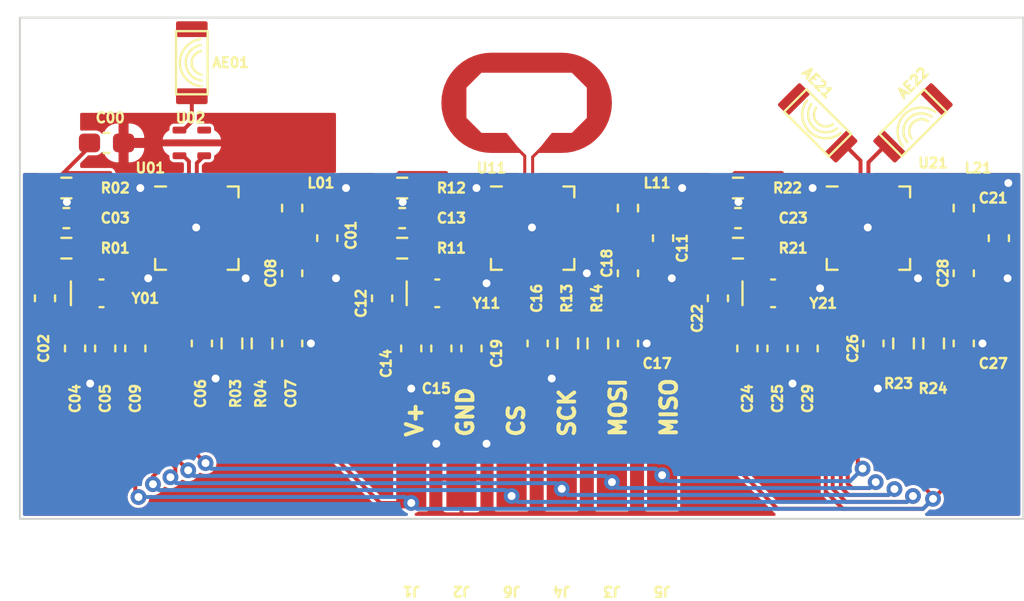
<source format=kicad_pcb>
(kicad_pcb (version 20211014) (generator pcbnew)
  (layers (0 "F.Cu" signal) (31 "B.Cu" signal) (34 "B.Paste" user) (35 "F.Paste" user) (36 "B.SilkS" user "B.Silkscreen") (37 "F.SilkS" user "F.Silkscreen") (38 "B.Mask" user) (39 "F.Mask" user) (44 "Edge.Cuts" user))
  (net 0 "")
  (net 1 "GND")
  (net 2 "/UWB radio cap coupled1/1v8")
  (net 3 "/UWB radio cap coupled1/MOSI")
  (net 4 "/UWB radio cap coupled1/SCK")
  (net 5 "/UWB radio cap coupled1/MISO")
  (net 6 "/UWB radio cap coupled1/CS")
  (net 7 "/UWB radio cap coupled1/RFN")
  (net 8 "/UWB radio cap coupled1/RFP")
  (net 9 "Net-(C12-Pad1)")
  (net 10 "Net-(C22-Pad1)")
  (net 14 "/UWB radio cap coupled2/RFN")
  (net 18 "/UWB radio cap coupled3/RFN")
  (net 19 "/UWB radio cap coupled3/RFP")
  (net 20 "Net-(C11-Pad1)")
  (net 21 "Net-(C13-Pad1)")
  (net 22 "Net-(C14-Pad1)")
  (net 23 "Net-(C15-Pad1)")
  (net 24 "Net-(C16-Pad1)")
  (net 25 "Net-(C17-Pad1)")
  (net 26 "Net-(C21-Pad1)")
  (net 27 "Net-(C23-Pad1)")
  (net 28 "Net-(C24-Pad1)")
  (net 29 "Net-(C25-Pad1)")
  (net 30 "Net-(C26-Pad1)")
  (net 31 "Net-(C27-Pad1)")
  (net 32 "Net-(L11-Pad2)")
  (net 33 "Net-(L21-Pad2)")
  (net 34 "Net-(R12-Pad2)")
  (net 35 "Net-(R22-Pad2)")
  (net 36 "Net-(C00-Pad1)")
  (net 41 "Net-(R02-Pad2)")
  (net 42 "Net-(L01-Pad2)")
  (net 43 "Net-(C07-Pad1)")
  (net 44 "Net-(C06-Pad1)")
  (net 45 "Net-(C05-Pad1)")
  (net 46 "Net-(C04-Pad1)")
  (net 47 "Net-(C03-Pad1)")
  (net 48 "Net-(C02-Pad1)")
  (net 49 "Net-(C01-Pad1)")
  (net 50 "Net-(AE01-Pad1)")
  (footprint "Resistor_SMD:R_0603_1608Metric_Pad0.98x0.95mm_HandSolder" (layer "F.Cu") (at 2.353 -16.764)
    (fp_text reference "R02")
    (fp_text value "2.2M")
  )
  (footprint "Capacitor_SMD:C_0603_1608Metric_Pad1.08x0.95mm_HandSolder" (layer "F.Cu") (at 19.353 -15.24 180)
    (fp_text reference "C13")
    (fp_text value "68p")
  )
  (footprint "Resistor_SMD:R_0603_1608Metric_Pad0.98x0.95mm_HandSolder" (layer "F.Cu") (at 44.735 -8.89 -90)
    (fp_text reference "R23")
    (fp_text value "380k")
  )
  (footprint "Crystal:Crystal_SMD_MicroCrystal_CM9V-T1A-2Pin_1.6x1.0mm_HandSoldering" (layer "F.Cu") (at 4.131 -11.43)
    (fp_text reference "Y01")
    (fp_text value "32.768kHz")
  )
  (footprint "Resistor_SMD:R_0603_1608Metric_Pad0.98x0.95mm_HandSolder" (layer "F.Cu") (at 19.353 -13.716)
    (fp_text reference "R11")
    (fp_text value "390k")
  )
  (footprint "Capacitor_SMD:C_0603_1608Metric_Pad1.08x0.95mm_HandSolder" (layer "F.Cu") (at 5.842 -8.636 -90)
    (fp_text reference "C09")
    (fp_text value "100n")
  )
  (footprint "Capacitor_SMD:C_0603_1608Metric_Pad1.08x0.95mm_HandSolder" (layer "F.Cu") (at 18.337 -11.176 -90)
    (fp_text reference "C12")
    (fp_text value "680p")
  )
  (footprint "0_kicad_custom_footprints:modular_pinhead_SMD" (layer "F.Cu") (at 27.432 -2.032 180)
    (fp_text reference "J4")
    (fp_text value "Conn_01x01" hide)
  )
  (footprint "Capacitor_SMD:C_0603_1608Metric_Pad1.08x0.95mm_HandSolder" (layer "F.Cu") (at 9.211 -8.89 -90)
    (fp_text reference "C06")
    (fp_text value "100n")
  )
  (footprint "Capacitor_SMD:C_0603_1608Metric_Pad1.08x0.95mm_HandSolder" (layer "F.Cu") (at 2.794 -8.636 -90)
    (fp_text reference "C04")
    (fp_text value "3.9p")
  )
  (footprint "Capacitor_SMD:C_0603_1608Metric_Pad1.08x0.95mm_HandSolder" (layer "F.Cu") (at 19.812 -8.636 -90)
    (fp_text reference "C14")
    (fp_text value "3.9p")
  )
  (footprint "Package_DFN_QFN:QFN-28-1EP_4x4mm_P0.4mm_EP2.3x2.3mm" (layer "F.Cu") (at 8.957 -14.732)
    (fp_text reference "U01")
    (fp_text value "SR10x0")
  )
  (footprint "Resistor_SMD:R_0603_1608Metric_Pad0.98x0.95mm_HandSolder" (layer "F.Cu") (at 2.353 -13.716)
    (fp_text reference "R01")
    (fp_text value "390k")
  )
  (footprint "Resistor_SMD:R_0603_1608Metric_Pad0.98x0.95mm_HandSolder" (layer "F.Cu") (at 10.735 -8.89 -90)
    (fp_text reference "R03")
    (fp_text value "380k")
  )
  (footprint "0_kicad_custom_footprints:modular_pinhead_SMD" (layer "F.Cu") (at 22.352 -2.032 180)
    (fp_text reference "J2")
    (fp_text value "Conn_01x01" hide)
  )
  (footprint "Resistor_SMD:R_0603_1608Metric_Pad0.98x0.95mm_HandSolder" (layer "F.Cu") (at 19.353 -16.764)
    (fp_text reference "R12")
    (fp_text value "2.2M")
  )
  (footprint "Capacitor_SMD:C_0603_1608Metric_Pad1.08x0.95mm_HandSolder" (layer "F.Cu") (at 36.83 -8.636 -90)
    (fp_text reference "C24")
    (fp_text value "3.9p")
  )
  (footprint "Capacitor_SMD:C_0603_1608Metric_Pad1.08x0.95mm_HandSolder" (layer "F.Cu") (at 30.783 -8.89 -90)
    (fp_text reference "C17")
    (fp_text value "100n")
  )
  (footprint "Resistor_SMD:R_0603_1608Metric_Pad0.98x0.95mm_HandSolder" (layer "F.Cu") (at 29.259 -8.89 90)
    (fp_text reference "R14")
    (fp_text value "0")
  )
  (footprint "Capacitor_SMD:C_0603_1608Metric_Pad1.08x0.95mm_HandSolder" (layer "F.Cu") (at 2.353 -15.24 180)
    (fp_text reference "C03")
    (fp_text value "68p")
  )
  (footprint "Capacitor_SMD:C_0603_1608Metric_Pad1.08x0.95mm_HandSolder" (layer "F.Cu") (at 47.783 -12.446 -90)
    (fp_text reference "C28")
    (fp_text value "100n")
  )
  (footprint "Capacitor_SMD:C_0603_1608Metric_Pad1.08x0.95mm_HandSolder" (layer "F.Cu") (at 36.353 -15.24 180)
    (fp_text reference "C23")
    (fp_text value "68p")
  )
  (footprint "Capacitor_SMD:C_0603_1608Metric_Pad1.08x0.95mm_HandSolder" (layer "F.Cu") (at 47.783 -8.89 -90)
    (fp_text reference "C27")
    (fp_text value "100n")
  )
  (footprint "Capacitor_SMD:C_0603_1608Metric_Pad1.08x0.95mm_HandSolder" (layer "F.Cu") (at 43.211 -8.89 -90)
    (fp_text reference "C26")
    (fp_text value "100n")
  )
  (footprint "0_kicad_custom_footprints:modular_pinhead_SMD" (layer "F.Cu") (at 29.972 -2.032 180)
    (fp_text reference "J3")
    (fp_text value "Conn_01x01" hide)
  )
  (footprint "0_kicad_custom_footprints:modular_pinhead_SMD" (layer "F.Cu") (at 19.812 -2.032 180)
    (fp_text reference "J1")
    (fp_text value "Conn_01x01" hide)
  )
  (footprint "Capacitor_SMD:C_0603_1608Metric_Pad1.08x0.95mm_HandSolder" (layer "F.Cu") (at 26.211 -8.89 -90)
    (fp_text reference "C16")
    (fp_text value "100n")
  )
  (footprint "Crystal:Crystal_SMD_MicroCrystal_CM9V-T1A-2Pin_1.6x1.0mm_HandSoldering" (layer "F.Cu") (at 21.131 -11.43)
    (fp_text reference "Y11")
    (fp_text value "32.768kHz")
  )
  (footprint "Inductor_SMD:L_0603_1608Metric_Pad1.05x0.95mm_HandSolder" (layer "F.Cu") (at 47.783 -15.748 -90)
    (fp_text reference "L21")
    (fp_text value "180n")
  )
  (footprint "Inductor_SMD:L_0603_1608Metric_Pad1.05x0.95mm_HandSolder" (layer "F.Cu") (at 13.783 -15.748 -90)
    (fp_text reference "L01")
    (fp_text value "180n")
  )
  (footprint "Capacitor_SMD:C_0603_1608Metric_Pad1.08x0.95mm_HandSolder" (layer "F.Cu") (at 39.878 -8.636 -90)
    (fp_text reference "C29")
    (fp_text value "100n")
  )
  (footprint "Package_DFN_QFN:QFN-28-1EP_4x4mm_P0.4mm_EP2.3x2.3mm" (layer "F.Cu") (at 25.957 -14.732)
    (fp_text reference "U11")
    (fp_text value "SR10x0")
  )
  (footprint "Capacitor_SMD:C_0603_1608Metric_Pad1.08x0.95mm_HandSolder" (layer "F.Cu") (at 4.385 -19.05 180)
    (fp_text reference "C00")
    (fp_text value "100n")
  )
  (footprint "0_kicad_custom_footprints:modular_pinhead_SMD" (layer "F.Cu") (at 24.892 -2.032 180)
    (fp_text reference "J6")
    (fp_text value "Conn_01x01" hide)
  )
  (footprint "Capacitor_SMD:C_0603_1608Metric_Pad1.08x0.95mm_HandSolder" (layer "F.Cu") (at 21.336 -8.636 -90)
    (fp_text reference "C15")
    (fp_text value "3.9p")
  )
  (footprint "Capacitor_SMD:C_0603_1608Metric_Pad1.08x0.95mm_HandSolder" (layer "F.Cu") (at 4.318 -8.636 -90)
    (fp_text reference "C05")
    (fp_text value "3.9p")
  )
  (footprint "Capacitor_SMD:C_0603_1608Metric_Pad1.08x0.95mm_HandSolder" (layer "F.Cu") (at 15.561 -14.224 -90)
    (fp_text reference "C01")
    (fp_text value "1u")
  )
  (footprint "Resistor_SMD:R_0603_1608Metric_Pad0.98x0.95mm_HandSolder" (layer "F.Cu") (at 27.735 -8.89 -90)
    (fp_text reference "R13")
    (fp_text value "380k")
  )
  (footprint "Resistor_SMD:R_0603_1608Metric_Pad0.98x0.95mm_HandSolder" (layer "F.Cu") (at 46.259 -8.89 90)
    (fp_text reference "R24")
    (fp_text value "0")
  )
  (footprint "Capacitor_SMD:C_0603_1608Metric_Pad1.08x0.95mm_HandSolder" (layer "F.Cu") (at 30.783 -12.446 -90)
    (fp_text reference "C18")
    (fp_text value "100n")
  )
  (footprint "Capacitor_SMD:C_0603_1608Metric_Pad1.08x0.95mm_HandSolder" (layer "F.Cu") (at 49.561 -14.224 -90)
    (fp_text reference "C21")
    (fp_text value "1u")
  )
  (footprint "Resistor_SMD:R_0603_1608Metric_Pad0.98x0.95mm_HandSolder" (layer "F.Cu") (at 36.353 -13.716)
    (fp_text reference "R21")
    (fp_text value "390k")
  )
  (footprint "Capacitor_SMD:C_0603_1608Metric_Pad1.08x0.95mm_HandSolder" (layer "F.Cu") (at 13.783 -12.446 -90)
    (fp_text reference "C08")
    (fp_text value "100n")
  )
  (footprint "Capacitor_SMD:C_0603_1608Metric_Pad1.08x0.95mm_HandSolder" (layer "F.Cu") (at 38.354 -8.636 -90)
    (fp_text reference "C25")
    (fp_text value "3.9p")
  )
  (footprint "Capacitor_SMD:C_0603_1608Metric_Pad1.08x0.95mm_HandSolder" (layer "F.Cu") (at 13.783 -8.89 -90)
    (fp_text reference "C07")
    (fp_text value "100n")
  )
  (footprint "Crystal:Crystal_SMD_MicroCrystal_CM9V-T1A-2Pin_1.6x1.0mm_HandSoldering" (layer "F.Cu") (at 38.131 -11.43)
    (fp_text reference "Y21")
    (fp_text value "32.768kHz")
  )
  (footprint "0_kicad_custom_footprints:modular_pinhead_SMD" (layer "F.Cu") (at 32.512 -2.032 180)
    (fp_text reference "J5")
    (fp_text value "Conn_01x01" hide)
  )
  (footprint "Package_DFN_QFN:QFN-28-1EP_4x4mm_P0.4mm_EP2.3x2.3mm" (layer "F.Cu") (at 42.957 -14.732)
    (fp_text reference "U21")
    (fp_text value "SR10x0")
  )
  (footprint "Resistor_SMD:R_0603_1608Metric_Pad0.98x0.95mm_HandSolder" (layer "F.Cu") (at 36.353 -16.764)
    (fp_text reference "R22")
    (fp_text value "2.2M")
  )
  (footprint "Capacitor_SMD:C_0603_1608Metric_Pad1.08x0.95mm_HandSolder" (layer "F.Cu") (at 32.561 -14.224 -90)
    (fp_text reference "C11")
    (fp_text value "1u")
  )
  (footprint "0_kicad_custom_footprints:antenna_footprint" (layer "F.Cu") (at 40.386 -20.066 135)
    (fp_text reference "AE21")
    (fp_text value "Antenna")
  )
  (footprint "0_kicad_custom_footprints:antenna_footprint" (layer "F.Cu") (at 8.703 -23.114 90)
    (fp_text reference "AE01")
    (fp_text value "Antenna")
  )
  (footprint "Inductor_SMD:L_0603_1608Metric_Pad1.05x0.95mm_HandSolder" (layer "F.Cu") (at 30.783 -15.748 -90)
    (fp_text reference "L11")
    (fp_text value "180n")
  )
  (footprint "Capacitor_SMD:C_0603_1608Metric_Pad1.08x0.95mm_HandSolder" (layer "F.Cu") (at 22.86 -8.636 -90)
    (fp_text reference "C19")
    (fp_text value "100n")
  )
  (footprint "Resistor_SMD:R_0603_1608Metric_Pad0.98x0.95mm_HandSolder" (layer "F.Cu") (at 12.259 -8.89 90)
    (fp_text reference "R04")
    (fp_text value "0")
  )
  (footprint "Capacitor_SMD:C_0603_1608Metric_Pad1.08x0.95mm_HandSolder" (layer "F.Cu") (at 35.337 -11.176 -90)
    (fp_text reference "C22")
    (fp_text value "680p")
  )
  (footprint "0_kicad_custom_footprints:CSP_BALUN" (layer "F.Cu") (at 8.703 -19.05)
    (fp_text reference "U02")
    (fp_text value "CSP_BALUN")
  )
  (footprint "0_kicad_custom_footprints:antenna_footprint" (layer "F.Cu") (at 45.212 -20.066 45)
    (fp_text reference "AE22")
    (fp_text value "Antenna")
  )
  (footprint "Capacitor_SMD:C_0603_1608Metric_Pad1.08x0.95mm_HandSolder" (layer "F.Cu") (at 1.27 -11.176 -90)
    (fp_text reference "C02")
    (fp_text value "680p")
  )
  (gr_rect (start 0 0) (end 50.8 -25.4) (layer "Edge.Cuts") (width 0.1) (fill none))
  (gr_text "V+\n\nGND\n\nCS\n\nSCK\n\nMOSI\n\nMISO" (at 26.416 -4.064 90) (layer "F.SilkS") (effects (font (size 0.8 0.8) (thickness 0.2)) (justify left)))
  (segment (start 10.8945 -13.532) (end 10.157 -13.532) (width 0.2) (layer "F.Cu") (net 1))
  (segment (start 38.572 -17.526) (end 36.2025 -17.526) (width 0.2) (layer "F.Cu") (net 1))
  (segment (start 41.0195 -13.932) (end 42.157 -13.932) (width 0.2) (layer "F.Cu") (net 1))
  (segment (start 25.9235 -14.7655) (end 25.957 -14.732) (width 0.2) (layer "F.Cu") (net 1))
  (segment (start 9.357 -16.6695) (end 9.357 -15.132) (width 0.2) (layer "F.Cu") (net 1))
  (segment (start 43.357 -15.132) (end 42.957 -14.732) (width 0.2) (layer "F.Cu") (net 1))
  (segment (start 41.757 -16.6695) (end 41.757 -15.932) (width 0.2) (layer "F.Cu") (net 1))
  (segment (start 8.157 -13.932) (end 8.957 -14.732) (width 0.2) (layer "F.Cu") (net 1))
  (segment (start 44.157 -13.532) (end 42.957 -14.732) (width 0.2) (layer "F.Cu") (net 1))
  (segment (start 24.757 -15.932) (end 25.9235 -14.7655) (width 0.2) (layer "F.Cu") (net 1))
  (segment (start 3.5225 -19.05) (end 3.5225 -18.846) (width 0.2) (layer "F.Cu") (net 1))
  (segment (start 21.572 -17.526) (end 19.2025 -17.526) (width 0.2) (layer "F.Cu") (net 1))
  (segment (start 4.572 -17.526) (end 2.2025 -17.526) (width 0.2) (layer "F.Cu") (net 1))
  (segment (start 27.157 -13.532) (end 25.957 -14.732) (width 0.2) (layer "F.Cu") (net 1))
  (segment (start 44.8945 -13.532) (end 44.157 -13.532) (width 0.2) (layer "F.Cu") (net 1))
  (segment (start 26.357 -16.6695) (end 26.357 -15.132) (width 0.2) (layer "F.Cu") (net 1))
  (segment (start 24.757 -16.6695) (end 24.757 -15.932) (width 0.2) (layer "F.Cu") (net 1))
  (segment (start 43.357 -16.6695) (end 43.357 -15.132) (width 0.2) (layer "F.Cu") (net 1))
  (segment (start 41.757 -15.932) (end 42.9235 -14.7655) (width 0.2) (layer "F.Cu") (net 1))
  (segment (start 10.157 -13.532) (end 8.957 -14.732) (width 0.2) (layer "F.Cu") (net 1))
  (segment (start 7.757 -16.6695) (end 7.757 -15.932) (width 0.2) (layer "F.Cu") (net 1))
  (segment (start 36.2025 -17.526) (end 35.4405 -16.764) (width 0.2) (layer "F.Cu") (net 1))
  (segment (start 24.0195 -13.932) (end 25.157 -13.932) (width 0.2) (layer "F.Cu") (net 1))
  (segment (start 27.8945 -13.532) (end 27.157 -13.532) (width 0.2) (layer "F.Cu") (net 1))
  (segment (start 3.5225 -18.846) (end 2.2025 -17.526) (width 0.2) (layer "F.Cu") (net 1))
  (segment (start 42.157 -13.932) (end 42.957 -14.732) (width 0.2) (layer "F.Cu") (net 1))
  (segment (start 7.757 -15.932) (end 8.9235 -14.7655) (width 0.2) (layer "F.Cu") (net 1))
  (segment (start 19.2025 -17.526) (end 18.4405 -16.764) (width 0.2) (layer "F.Cu") (net 1))
  (segment (start 8.9235 -14.7655) (end 8.957 -14.732) (width 0.2) (layer "F.Cu") (net 1))
  (segment (start 25.157 -13.932) (end 25.957 -14.732) (width 0.2) (layer "F.Cu") (net 1))
  (segment (start 7.0195 -13.932) (end 8.157 -13.932) (width 0.2) (layer "F.Cu") (net 1))
  (segment (start 9.357 -15.132) (end 8.957 -14.732) (width 0.2) (layer "F.Cu") (net 1))
  (segment (start 42.9235 -14.7655) (end 42.957 -14.732) (width 0.2) (layer "F.Cu") (net 1))
  (segment (start 26.357 -15.132) (end 25.957 -14.732) (width 0.2) (layer "F.Cu") (net 1))
  (segment (start 2.2025 -17.526) (end 1.4405 -16.764) (width 0.2) (layer "F.Cu") (net 1))
  (via (at 11.43 -12.192) (size 0.8) (drill 0.4) (layers "F.Cu" "B.Cu") (net 1))
  (via (at 16.002 -12.192) (size 0.8) (drill 0.4) (layers "F.Cu" "B.Cu") (net 1))
  (via (at 8.9235 -14.7655) (size 0.8) (drill 0.4) (layers "F.Cu" "B.Cu") (net 1))
  (via (at 21.082 -3.81) (size 0.8) (drill 0.4) (layers "F.Cu" "B.Cu") (net 1))
  (via (at 50.002 -12.192) (size 0.8) (drill 0.4) (layers "F.Cu" "B.Cu") (net 1))
  (via (at 9.906 -7.112) (size 0.8) (drill 0.4) (layers "F.Cu" "B.Cu") (net 1))
  (via (at 33.528 -16.764) (size 0.8) (drill 0.4) (layers "F.Cu" "B.Cu") (net 1))
  (via (at 50.038 -17.018) (size 0.8) (drill 0.4) (layers "F.Cu" "B.Cu") (net 1))
  (via (at 39.116 -6.858) (size 0.8) (drill 0.4) (layers "F.Cu" "B.Cu") (net 1))
  (via (at 48.732 -8.89) (size 0.8) (drill 0.4) (layers "F.Cu" "B.Cu") (net 1))
  (via (at 3.556 -6.858) (size 0.8) (drill 0.4) (layers "F.Cu" "B.Cu") (net 1))
  (via (at 16.51 -16.764) (size 0.8) (drill 0.4) (layers "F.Cu" "B.Cu") (net 1))
  (via (at 43.434 -6.604) (size 0.8) (drill 0.4) (layers "F.Cu" "B.Cu") (net 1))
  (via (at 26.924 -7.112) (size 0.8) (drill 0.4) (layers "F.Cu" "B.Cu") (net 1))
  (via (at 23.114 -16.764) (size 0.8) (drill 0.4) (layers "F.Cu" "B.Cu") (net 1))
  (via (at 40.5119 -11.684) (size 0.8) (drill 0.4) (layers "F.Cu" "B.Cu") (net 1))
  (via (at 31.732 -8.89) (size 0.8) (drill 0.4) (layers "F.Cu" "B.Cu") (net 1))
  (via (at 19.378889 -16.056467) (size 0.8) (drill 0.4) (layers "F.Cu" "B.Cu") (net 1))
  (via (at 36.378889 -16.056467) (size 0.8) (drill 0.4) (layers "F.Cu" "B.Cu") (net 1))
  (via (at 23.622 -3.81) (size 0.8) (drill 0.4) (layers "F.Cu" "B.Cu") (net 1))
  (via (at 6.096 -16.764) (size 0.8) (drill 0.4) (layers "F.Cu" "B.Cu") (net 1))
  (via (at 28.702 -12.446) (size 0.8) (drill 0.4) (layers "F.Cu" "B.Cu") (net 1))
  (via (at 23.622 -11.938) (size 0.8) (drill 0.4) (layers "F.Cu" "B.Cu") (net 1))
  (via (at 2.378889 -16.056467) (size 0.8) (drill 0.4) (layers "F.Cu" "B.Cu") (net 1))
  (via (at 42.9235 -14.7655) (size 0.8) (drill 0.4) (layers "F.Cu" "B.Cu") (net 1))
  (via (at 33.002 -12.192) (size 0.8) (drill 0.4) (layers "F.Cu" "B.Cu") (net 1))
  (via (at 25.9235 -14.7655) (size 0.8) (drill 0.4) (layers "F.Cu" "B.Cu") (net 1))
  (via (at 45.466 -12.192) (size 0.8) (drill 0.4) (layers "F.Cu" "B.Cu") (net 1))
  (via (at 19.812 -6.604) (size 0.8) (drill 0.4) (layers "F.Cu" "B.Cu") (net 1))
  (via (at 40.132 -16.764) (size 0.8) (drill 0.4) (layers "F.Cu" "B.Cu") (net 1))
  (via (at 6.4939 -12.192) (size 0.8) (drill 0.4) (layers "F.Cu" "B.Cu") (net 1))
  (via (at 14.732 -8.89) (size 0.8) (drill 0.4) (layers "F.Cu" "B.Cu") (net 1))
  (segment (start 23.622 -7.305856) (end 23.300224 -6.98408) (width 0.2) (layer "F.Cu") (net 2))
  (segment (start 41.661757 -0.513757) (end 38.348243 -0.513757) (width 0.2) (layer "F.Cu") (net 2))
  (segment (start 45.5595 -15.532) (end 47.783 -13.3085) (width 0.2) (layer "F.Cu") (net 2))
  (segment (start 22.86 -9.4985) (end 23.622 -8.7365) (width 0.2) (layer "F.Cu") (net 2))
  (segment (start 46.228 -1.143) (end 45.5805 -1.7905) (width 0.2) (layer "F.Cu") (net 2))
  (segment (start 10.8945 -15.532) (end 11.5595 -15.532) (width 0.2) (layer "F.Cu") (net 2))
  (segment (start 30.783 -13.3085) (end 33.274011 -10.817489) (width 0.2) (layer "F.Cu") (net 2))
  (segment (start 28.448 -6.604) (end 29.464 -5.588) (width 0.2) (layer "F.Cu") (net 2))
  (segment (start 15.494 -3.556) (end 12.259 -6.791) (width 0.2) (layer "F.Cu") (net 2))
  (segment (start 41.0195 -14.332) (end 40.458 -14.332) (width 0.2) (layer "F.Cu") (net 2))
  (segment (start 28.5515 -7.9775) (end 28.448 -7.874) (width 0.2) (layer "F.Cu") (net 2))
  (segment (start 40.79608 -8.58042) (end 39.86 -9.5165) (width 0.2) (layer "F.Cu") (net 2))
  (segment (start 39.86 -9.5165) (end 39.86 -13.734) (width 0.2) (layer "F.Cu") (net 2))
  (segment (start 44.8945 -15.532) (end 45.5595 -15.532) (width 0.2) (layer "F.Cu") (net 2))
  (segment (start 18.242009 -0.807991) (end 15.494 -3.556) (width 0.2) (layer "F.Cu") (net 2))
  (segment (start 49.494 -4.282) (end 49.494 -11.5975) (width 0.2) (layer "F.Cu") (net 2))
  (segment (start 45.72 -0.508) (end 41.667513 -0.508) (width 0.2) (layer "F.Cu") (net 2))
  (segment (start 5.842 -13.716) (end 5.842 -9.488936) (width 0.2) (layer "F.Cu") (net 2))
  (segment (start 46.228 -1.016) (end 49.494 -4.282) (width 0.2) (layer "F.Cu") (net 2))
  (segment (start 45.5805 -7.9775) (end 46.259 -7.9775) (width 0.2) (layer "F.Cu") (net 2))
  (segment (start 19.812 -0.807991) (end 19.812 -3.302) (width 0.2) (layer "F.Cu") (net 2))
  (segment (start 49.494 -11.5975) (end 47.783 -13.3085) (width 0.2) (layer "F.Cu") (net 2))
  (segment (start 5.842 -1.27) (end 6.004029 -1.107971) (width 0.2) (layer "F.Cu") (net 2))
  (segment (start 27.735 -7.9775) (end 28.5515 -7.9775) (width 0.2) (layer "F.Cu") (net 2))
  (segment (start 5.842 -1.788273) (end 5.842 -1.27) (width 0.2) (layer "F.Cu") (net 2))
  (segment (start 7.0195 -14.332) (end 6.458 -14.332) (width 0.2) (layer "F.Cu") (net 2))
  (segment (start 22.842 -9.5165) (end 22.86 -9.4985) (width 0.2) (layer "F.Cu") (net 2))
  (segment (start 33.274011 -10.817489) (end 33.274011 -5.587989) (width 0.2) (layer "F.Cu") (net 2))
  (segment (start 23.458 -14.332) (end 24.0195 -14.332) (width 0.2) (layer "F.Cu") (net 2))
  (segment (start 40.79608 -1.379433) (end 40.79608 -8.58042) (width 0.2) (layer "F.Cu") (net 2))
  (segment (start 28.5515 -7.9775) (end 28.5805 -7.9775) (width 0.2) (layer "F.Cu") (net 2))
  (segment (start 44.735 -7.9775) (end 45.5805 -7.9775) (width 0.2) (layer "F.Cu") (net 2))
  (segment (start 46.228 -1.016) (end 46.228 -1.143) (width 0.2) (layer "F.Cu") (net 2))
  (segment (start 23.24008 -6.98408) (end 19.812 -3.556) (width 0.2) (layer "F.Cu") (net 2))
  (segment (start 19.812 -3.302) (end 19.812 -2.032) (width 0.2) (layer "F.Cu") (net 2))
  (segment (start 22.842 -13.716) (end 23.458 -14.332) (width 0.2) (layer "F.Cu") (net 2))
  (segment (start 12.259 -6.791) (end 12.259 -7.9775) (width 0.2) (layer "F.Cu") (net 2))
  (segment (start 19.812 -1.524) (end 19.812 -2.032) (width 0.2) (layer "F.Cu") (net 2))
  (segment (start 41.667513 -0.508) (end 41.661757 -0.513757) (width 0.2) (layer "F.Cu") (net 2))
  (segment (start 46.228 -1.016) (end 45.72 -0.508) (width 0.2) (layer "F.Cu") (net 2))
  (segment (start 41.661757 -0.513757) (end 40.79608 -1.379433) (width 0.2) (layer "F.Cu") (net 2))
  (segment (start 23.300224 -6.98408) (end 23.24008 -6.98408) (width 0.2) (layer "F.Cu") (net 2))
  (segment (start 39.86 -13.734) (end 40.458 -14.332) (width 0.2) (layer "F.Cu") (net 2))
  (segment (start 6.97432 -8.356616) (end 6.97432 -2.920593) (width 0.2) (layer "F.Cu") (net 2))
  (segment (start 28.5595 -15.532) (end 30.783 -13.3085) (width 0.2) (layer "F.Cu") (net 2))
  (segment (start 11.5335 -7.9775) (end 11.5805 -7.9775) (width 0.2) (layer "F.Cu") (net 2))
  (segment (start 6.458 -14.332) (end 5.842 -13.716) (width 0.2) (layer "F.Cu") (net 2))
  (segment (start 19.812 -3.556) (end 19.812 -3.302) (width 0.2) (layer "F.Cu") (net 2))
  (segment (start 22.842 -13.716) (end 22.842 -9.5165) (width 0.2) (layer "F.Cu") (net 2))
  (segment (start 11.5595 -15.532) (end 13.783 -13.3085) (width 0.2) (layer "F.Cu") (net 2))
  (segment (start 23.622 -8.7365) (end 23.622 -7.305856) (width 0.2) (layer "F.Cu") (net 2))
  (segment (start 33.274 -5.588) (end 33.274011 -5.587989) (width 0.2) (layer "F.Cu") (net 2))
  (segment (start 38.348243 -0.513757) (end 33.274011 -5.587989) (width 0.2) (layer "F.Cu") (net 2))
  (segment (start 5.842 -9.488936) (end 6.97432 -8.356616) (width 0.2) (layer "F.Cu") (net 2))
  (segment (start 15.494 -11.5975) (end 15.494 -3.556) (width 0.2) (layer "F.Cu") (net 2))
  (segment (start 28.5805 -7.9775) (end 29.259 -7.9775) (width 0.2) (layer "F.Cu") (net 2))
  (segment (start 19.812 -0.807991) (end 18.242009 -0.807991) (width 0.2) (layer "F.Cu") (net 2))
  (segment (start 28.448 -7.874) (end 28.448 -6.604) (width 0.2) (layer "F.Cu") (net 2))
  (segment (start 27.8945 -15.532) (end 28.5595 -15.532) (width 0.2) (layer "F.Cu") (net 2))
  (segment (start 19.812 -0.807991) (end 19.812 -2.032) (width 0.2) (layer "F.Cu") (net 2))
  (segment (start 6.97432 -2.920593) (end 5.842 -1.788273) (width 0.2) (layer "F.Cu") (net 2))
  (segment (start 11.5805 -7.9775) (end 12.259 -7.9775) (width 0.2) (layer "F.Cu") (net 2))
  (segment (start 29.464 -5.588) (end 33.274 -5.588) (width 0.2) (layer "F.Cu") (net 2))
  (segment (start 10.735 -7.9775) (end 11.5335 -7.9775) (width 0.2) (layer "F.Cu") (net 2))
  (segment (start 13.783 -13.3085) (end 15.494 -11.5975) (width 0.2) (layer "F.Cu") (net 2))
  (segment (start 45.5805 -1.7905) (end 45.5805 -7.9775) (width 0.2) (layer "F.Cu") (net 2))
  (via (at 19.812 -0.807991) (size 0.8) (drill 0.4) (layers "F.Cu" "B.Cu") (net 2))
  (via (at 46.228 -1.016) (size 0.8) (drill 0.4) (layers "F.Cu" "B.Cu") (net 2))
  (via (at 6.004029 -1.107971) (size 0.8) (drill 0.4) (layers "F.Cu" "B.Cu") (net 2))
  (segment (start 20.111991 -0.508) (end 45.72 -0.508) (width 0.2) (layer "B.Cu") (net 2))
  (segment (start 19.812 -0.807991) (end 19.51202 -1.107971) (width 0.2) (layer "B.Cu") (net 2))
  (segment (start 19.812 -0.807991) (end 20.111991 -0.508) (width 0.2) (layer "B.Cu") (net 2))
  (segment (start 19.51202 -1.107971) (end 6.004029 -1.107971) (width 0.2) (layer "B.Cu") (net 2))
  (segment (start 46.228 -1.016) (end 45.72 -0.508) (width 0.2) (layer "B.Cu") (net 2))
  (segment (start 42.957 -12.159641) (end 41.91 -11.112641) (width 0.2) (layer "F.Cu") (net 3))
  (segment (start 43.02522 -1.563749) (end 43.325211 -1.86374) (width 0.2) (layer "F.Cu") (net 3))
  (segment (start 25.957 -12.159641) (end 25.957 -12.7945) (width 0.2) (layer "F.Cu") (net 3))
  (segment (start 42.124251 -1.563749) (end 43.02522 -1.563749) (width 0.2) (layer "F.Cu") (net 3))
  (segment (start 8.03008 -2.952116) (end 8.03008 -11.232721) (width 0.2) (layer "F.Cu") (net 3))
  (segment (start 41.91 -1.778) (end 42.124251 -1.563749) (width 0.2) (layer "F.Cu") (net 3))
  (segment (start 8.518485 -2.463711) (end 8.03008 -2.952116) (width 0.2) (layer "F.Cu") (net 3))
  (segment (start 41.91 -11.112641) (end 41.91 -1.778) (width 0.2) (layer "F.Cu") (net 3))
  (segment (start 25.04808 -11.250721) (end 25.957 -12.159641) (width 0.2) (layer "F.Cu") (net 3))
  (segment (start 29.972 -3.81) (end 29.11208 -4.66992) (width 0.2) (layer "F.Cu") (net 3))
  (segment (start 42.957 -12.7945) (end 42.957 -12.159641) (width 0.2) (layer "F.Cu") (net 3))
  (segment (start 8.03008 -11.232721) (end 8.957 -12.159641) (width 0.2) (layer "F.Cu") (net 3))
  (segment (start 8.957 -12.159641) (end 8.957 -12.7945) (width 0.2) (layer "F.Cu") (net 3))
  (segment (start 29.972 -1.86374) (end 29.972 -3.81) (width 0.2) (layer "F.Cu") (net 3))
  (segment (start 26.07439 -4.66992) (end 25.04808 -5.69623) (width 0.2) (layer "F.Cu") (net 3))
  (segment (start 25.04808 -5.69623) (end 25.04808 -11.250721) (width 0.2) (layer "F.Cu") (net 3))
  (segment (start 29.11208 -4.66992) (end 26.07439 -4.66992) (width 0.2) (layer "F.Cu") (net 3))
  (via (at 29.972 -1.86374) (size 0.8) (drill 0.4) (layers "F.Cu" "B.Cu") (net 3))
  (via (at 43.325211 -1.86374) (size 0.8) (drill 0.4) (layers "F.Cu" "B.Cu") (net 3))
  (via (at 8.518485 -2.463711) (size 0.8) (drill 0.4) (layers "F.Cu" "B.Cu") (net 3))
  (segment (start 29.972 -1.86374) (end 30.27198 -1.56376) (width 0.2) (layer "B.Cu") (net 3))
  (segment (start 43.025231 -1.56376) (end 43.325211 -1.86374) (width 0.2) (layer "B.Cu") (net 3))
  (segment (start 30.27198 -1.56376) (end 43.025231 -1.56376) (width 0.2) (layer "B.Cu") (net 3))
  (segment (start 8.806285 -2.175911) (end 8.518485 -2.463711) (width 0.2) (layer "B.Cu") (net 3))
  (segment (start 8.806285 -2.175911) (end 29.659829 -2.175911) (width 0.2) (layer "B.Cu") (net 3))
  (segment (start 29.659829 -2.175911) (end 29.972 -1.86374) (width 0.2) (layer "B.Cu") (net 3))
  (segment (start 7.62 -2.111791) (end 7.866574 -2.358365) (width 0.2) (layer "F.Cu") (net 4))
  (segment (start 43.973398 -1.211829) (end 44.273389 -1.51182) (width 0.2) (layer "F.Cu") (net 4))
  (segment (start 27.432 -1.524) (end 27.432 -3.81) (width 0.2) (layer "F.Cu") (net 4))
  (segment (start 7.67816 -2.806346) (end 7.67816 -11.378491) (width 0.2) (layer "F.Cu") (net 4))
  (segment (start 8.557 -12.257331) (end 8.557 -12.7945) (width 0.2) (layer "F.Cu") (net 4))
  (segment (start 7.866574 -2.617932) (end 7.67816 -2.806346) (width 0.2) (layer "F.Cu") (net 4))
  (segment (start 41.55808 -11.258411) (end 41.55808 -1.612813) (width 0.2) (layer "F.Cu") (net 4))
  (segment (start 24.69616 -5.52984) (end 24.69616 -11.396491) (width 0.2) (layer "F.Cu") (net 4))
  (segment (start 27.432 -3.81) (end 26.924 -4.318) (width 0.2) (layer "F.Cu") (net 4))
  (segment (start 7.866574 -2.358365) (end 7.866574 -2.617932) (width 0.2) (layer "F.Cu") (net 4))
  (segment (start 42.557 -12.257331) (end 41.55808 -11.258411) (width 0.2) (layer "F.Cu") (net 4))
  (segment (start 26.924 -4.318) (end 25.908 -4.318) (width 0.2) (layer "F.Cu") (net 4))
  (segment (start 24.69616 -11.396491) (end 25.557 -12.257331) (width 0.2) (layer "F.Cu") (net 4))
  (segment (start 41.55808 -1.612813) (end 41.959064 -1.211829) (width 0.2) (layer "F.Cu") (net 4))
  (segment (start 42.557 -12.7945) (end 42.557 -12.257331) (width 0.2) (layer "F.Cu") (net 4))
  (segment (start 25.557 -12.257331) (end 25.557 -12.7945) (width 0.2) (layer "F.Cu") (net 4))
  (segment (start 7.67816 -11.378491) (end 8.557 -12.257331) (width 0.2) (layer "F.Cu") (net 4))
  (segment (start 25.908 -4.318) (end 24.69616 -5.52984) (width 0.2) (layer "F.Cu") (net 4))
  (segment (start 41.959064 -1.211829) (end 43.973398 -1.211829) (width 0.2) (layer "F.Cu") (net 4))
  (via (at 27.432 -1.524) (size 0.8) (drill 0.4) (layers "F.Cu" "B.Cu") (net 4))
  (via (at 44.273389 -1.51182) (size 0.8) (drill 0.4) (layers "F.Cu" "B.Cu") (net 4))
  (via (at 7.62 -2.111791) (size 0.8) (drill 0.4) (layers "F.Cu" "B.Cu") (net 4))
  (segment (start 7.91998 -1.811811) (end 7.62 -2.111791) (width 0.2) (layer "B.Cu") (net 4))
  (segment (start 43.973409 -1.21184) (end 44.273389 -1.51182) (width 0.2) (layer "B.Cu") (net 4))
  (segment (start 7.91998 -1.811811) (end 27.144189 -1.811811) (width 0.2) (layer "B.Cu") (net 4))
  (segment (start 27.432 -1.524) (end 27.74416 -1.21184) (width 0.2) (layer "B.Cu") (net 4))
  (segment (start 27.144189 -1.811811) (end 27.432 -1.524) (width 0.2) (layer "B.Cu") (net 4))
  (segment (start 27.74416 -1.21184) (end 43.973409 -1.21184) (width 0.2) (layer "B.Cu") (net 4))
  (segment (start 42.418 -2.794286) (end 42.418 -11.122951) (width 0.2) (layer "F.Cu") (net 5))
  (segment (start 31.55416 -5.02184) (end 26.22016 -5.02184) (width 0.2) (layer "F.Cu") (net 5))
  (segment (start 32.512 -2.21566) (end 32.512 -4.064) (width 0.2) (layer "F.Cu") (net 5))
  (segment (start 9.398 -2.827811) (end 8.382 -3.843811) (width 0.2) (layer "F.Cu") (net 5))
  (segment (start 8.382 -3.843811) (end 8.382 -11.086951) (width 0.2) (layer "F.Cu") (net 5))
  (segment (start 32.512 -4.064) (end 31.55416 -5.02184) (width 0.2) (layer "F.Cu") (net 5))
  (segment (start 9.357 -12.061951) (end 9.357 -12.7945) (width 0.2) (layer "F.Cu") (net 5))
  (segment (start 42.418 -11.122951) (end 43.357 -12.061951) (width 0.2) (layer "F.Cu") (net 5))
  (segment (start 26.357 -12.061951) (end 26.357 -12.7945) (width 0.2) (layer "F.Cu") (net 5))
  (segment (start 26.22016 -5.02184) (end 25.4 -5.842) (width 0.2) (layer "F.Cu") (net 5))
  (segment (start 8.382 -11.086951) (end 9.357 -12.061951) (width 0.2) (layer "F.Cu") (net 5))
  (segment (start 25.4 -11.104951) (end 26.357 -12.061951) (width 0.2) (layer "F.Cu") (net 5))
  (segment (start 43.357 -12.061951) (end 43.357 -12.7945) (width 0.2) (layer "F.Cu") (net 5))
  (segment (start 25.4 -5.842) (end 25.4 -11.104951) (width 0.2) (layer "F.Cu") (net 5))
  (segment (start 42.663883 -2.548403) (end 42.418 -2.794286) (width 0.2) (layer "F.Cu") (net 5))
  (via (at 42.663883 -2.548403) (size 0.8) (drill 0.4) (layers "F.Cu" "B.Cu") (net 5))
  (via (at 32.512 -2.21566) (size 0.8) (drill 0.4) (layers "F.Cu" "B.Cu") (net 5))
  (via (at 9.398 -2.827811) (size 0.8) (drill 0.4) (layers "F.Cu" "B.Cu") (net 5))
  (segment (start 32.512 -2.21566) (end 32.18766 -2.54) (width 0.2) (layer "B.Cu") (net 5))
  (segment (start 42.663883 -2.548403) (end 42.03116 -1.91568) (width 0.2) (layer "B.Cu") (net 5))
  (segment (start 32.81198 -1.91568) (end 32.512 -2.21566) (width 0.2) (layer "B.Cu") (net 5))
  (segment (start 9.685811 -2.54) (end 32.18766 -2.54) (width 0.2) (layer "B.Cu") (net 5))
  (segment (start 9.685811 -2.54) (end 9.398 -2.827811) (width 0.2) (layer "B.Cu") (net 5))
  (segment (start 42.03116 -1.91568) (end 32.81198 -1.91568) (width 0.2) (layer "B.Cu") (net 5))
  (segment (start 8.157 -12.355021) (end 8.157 -12.7945) (width 0.2) (layer "F.Cu") (net 6))
  (segment (start 7.32624 -11.524261) (end 8.157 -12.355021) (width 0.2) (layer "F.Cu") (net 6))
  (segment (start 24.892 -1.1599) (end 24.892 -4.826) (width 0.2) (layer "F.Cu") (net 6))
  (segment (start 41.148 -1.525203) (end 41.148 -11.346021) (width 0.2) (layer "F.Cu") (net 6))
  (segment (start 24.892 -4.826) (end 24.34424 -5.37376) (width 0.2) (layer "F.Cu") (net 6))
  (segment (start 45.212 -1.1599) (end 44.912009 -0.859909) (width 0.2) (layer "F.Cu") (net 6))
  (segment (start 6.73554 -2.149273) (end 7.32624 -2.739973) (width 0.2) (layer "F.Cu") (net 6))
  (segment (start 7.32624 -2.739973) (end 7.32624 -11.524261) (width 0.2) (layer "F.Cu") (net 6))
  (segment (start 24.34424 -5.37376) (end 24.34424 -11.542261) (width 0.2) (layer "F.Cu") (net 6))
  (segment (start 41.148 -11.346021) (end 42.157 -12.355021) (width 0.2) (layer "F.Cu") (net 6))
  (segment (start 24.34424 -11.542261) (end 25.157 -12.355021) (width 0.2) (layer "F.Cu") (net 6))
  (segment (start 25.157 -12.355021) (end 25.157 -12.7945) (width 0.2) (layer "F.Cu") (net 6))
  (segment (start 44.912009 -0.859909) (end 41.813294 -0.859909) (width 0.2) (layer "F.Cu") (net 6))
  (segment (start 6.73554 -1.759871) (end 6.73554 -2.149273) (width 0.2) (layer "F.Cu") (net 6))
  (segment (start 42.157 -12.355021) (end 42.157 -12.7945) (width 0.2) (layer "F.Cu") (net 6))
  (segment (start 41.813294 -0.859909) (end 41.148 -1.525203) (width 0.2) (layer "F.Cu") (net 6))
  (via (at 6.73554 -1.759871) (size 0.8) (drill 0.4) (layers "F.Cu" "B.Cu") (net 6))
  (via (at 45.212 -1.1599) (size 0.8) (drill 0.4) (layers "F.Cu" "B.Cu") (net 6))
  (via (at 24.892 -1.1599) (size 0.8) (drill 0.4) (layers "F.Cu" "B.Cu") (net 6))
  (segment (start 24.892 -1.1599) (end 24.592009 -1.459891) (width 0.2) (layer "B.Cu") (net 6))
  (segment (start 44.91202 -0.85992) (end 45.212 -1.1599) (width 0.2) (layer "B.Cu") (net 6))
  (segment (start 7.03552 -1.459891) (end 24.592009 -1.459891) (width 0.2) (layer "B.Cu") (net 6))
  (segment (start 24.892 -1.1599) (end 25.19198 -0.85992) (width 0.2) (layer "B.Cu") (net 6))
  (segment (start 7.03552 -1.459891) (end 6.73554 -1.759871) (width 0.2) (layer "B.Cu") (net 6))
  (segment (start 25.19198 -0.85992) (end 44.91202 -0.85992) (width 0.2) (layer "B.Cu") (net 6))
  (segment (start 8.957 -18.029) (end 9.328 -18.4) (width 0.2) (layer "F.Cu") (net 7))
  (segment (start 8.957 -16.6695) (end 8.957 -18.029) (width 0.2) (layer "F.Cu") (net 7))
  (segment (start 8.27 -18.4) (end 8.078 -18.4) (width 0.2) (layer "F.Cu") (net 8))
  (segment (start 8.557 -16.6695) (end 8.557 -18.113) (width 0.2) (layer "F.Cu") (net 8))
  (segment (start 8.557 -18.113) (end 8.27 -18.4) (width 0.2) (layer "F.Cu") (net 8))
  (segment (start 18.337 -12.0385) (end 18.337 -13.6125) (width 0.2) (layer "F.Cu") (net 9))
  (segment (start 18.337 -13.6125) (end 18.4405 -13.716) (width 0.2) (layer "F.Cu") (net 9))
  (segment (start 35.337 -13.6125) (end 35.4405 -13.716) (width 0.2) (layer "F.Cu") (net 10))
  (segment (start 35.337 -12.0385) (end 35.337 -13.6125) (width 0.2) (layer "F.Cu") (net 10))
  (segment (start 25.557 -18.385) (end 25.146 -18.796) (width 0.1524) (layer "F.Cu") (net 14))
  (segment (start 25.957 -16.6695) (end 25.957 -18.337) (width 0.1524) (layer "F.Cu") (net 14))
  (segment (start 25.557 -16.6695) (end 25.557 -18.385) (width 0.1524) (layer "F.Cu") (net 14))
  (segment (start 25.957 -18.337) (end 26.416 -18.796) (width 0.1524) (layer "F.Cu") (net 14))
  (segment (start 42.957 -16.6695) (end 42.957 -18.065) (width 0.2) (layer "F.Cu") (net 18))
  (segment (start 42.957 -18.065) (end 43.755918 -18.863918) (width 0.2) (layer "F.Cu") (net 18))
  (segment (start 42.557 -16.6695) (end 42.557 -18.149) (width 0.2) (layer "F.Cu") (net 19))
  (segment (start 42.557 -18.149) (end 41.842082 -18.863918) (width 0.2) (layer "F.Cu") (net 19))
  (segment (start 26.757 -16.6695) (end 27.157 -16.6695) (width 0.2) (layer "F.Cu") (net 20))
  (segment (start 32.127 -16.623) (end 32.561 -16.189) (width 0.2) (layer "F.Cu") (net 20))
  (segment (start 32.561 -16.189) (end 32.561 -15.0865) (width 0.2) (layer "F.Cu") (net 20))
  (segment (start 30.783 -16.623) (end 32.127 -16.623) (width 0.2) (layer "F.Cu") (net 20))
  (segment (start 27.157 -16.6695) (end 30.7365 -16.6695) (width 0.2) (layer "F.Cu") (net 20))
  (segment (start 30.7365 -16.6695) (end 30.783 -16.623) (width 0.2) (layer "F.Cu") (net 20))
  (segment (start 20.2655 -13.716) (end 20.2655 -15.19) (width 0.2) (layer "F.Cu") (net 21))
  (segment (start 20.2655 -15.19) (end 20.2155 -15.24) (width 0.2) (layer "F.Cu") (net 21))
  (segment (start 24.0195 -15.532) (end 20.5075 -15.532) (width 0.2) (layer "F.Cu") (net 21))
  (segment (start 20.5075 -15.532) (end 20.2155 -15.24) (width 0.2) (layer "F.Cu") (net 21))
  (segment (start 20.306 -12.43969) (end 20.306 -11.43) (width 0.2) (layer "F.Cu") (net 22))
  (segment (start 24.0195 -15.132) (end 22.99831 -15.132) (width 0.2) (layer "F.Cu") (net 22))
  (segment (start 20.306 -11.43) (end 20.306 -9.9925) (width 0.2) (layer "F.Cu") (net 22))
  (segment (start 20.306 -9.9925) (end 19.812 -9.4985) (width 0.2) (layer "F.Cu") (net 22))
  (segment (start 22.99831 -15.132) (end 20.306 -12.43969) (width 0.2) (layer "F.Cu") (net 22))
  (segment (start 24.0195 -14.732) (end 23.096 -14.732) (width 0.2) (layer "F.Cu") (net 23))
  (segment (start 23.096 -14.732) (end 21.956 -13.592) (width 0.2) (layer "F.Cu") (net 23))
  (segment (start 21.956 -10.1185) (end 21.336 -9.4985) (width 0.2) (layer "F.Cu") (net 23))
  (segment (start 21.956 -13.592) (end 21.956 -11.43) (width 0.2) (layer "F.Cu") (net 23))
  (segment (start 21.956 -11.43) (end 21.956 -10.1185) (width 0.2) (layer "F.Cu") (net 23))
  (segment (start 26.757 -12.7945) (end 26.757 -10.2985) (width 0.2) (layer "F.Cu") (net 24))
  (segment (start 27.239 -10.2985) (end 27.735 -9.8025) (width 0.2) (layer "F.Cu") (net 24))
  (segment (start 26.757 -10.2985) (end 26.211 -9.7525) (width 0.2) (layer "F.Cu") (net 24))
  (segment (start 26.757 -10.2985) (end 27.239 -10.2985) (width 0.2) (layer "F.Cu") (net 24))
  (segment (start 30.733 -9.8025) (end 30.783 -9.7525) (width 0.2) (layer "F.Cu") (net 25))
  (segment (start 27.157 -12.7945) (end 27.157 -11.9045) (width 0.2) (layer "F.Cu") (net 25))
  (segment (start 29.259 -9.8025) (end 30.733 -9.8025) (width 0.2) (layer "F.Cu") (net 25))
  (segment (start 27.157 -11.9045) (end 29.259 -9.8025) (width 0.2) (layer "F.Cu") (net 25))
  (segment (start 49.127 -16.623) (end 49.561 -16.189) (width 0.2) (layer "F.Cu") (net 26))
  (segment (start 47.783 -16.623) (end 49.127 -16.623) (width 0.2) (layer "F.Cu") (net 26))
  (segment (start 47.7365 -16.6695) (end 47.783 -16.623) (width 0.2) (layer "F.Cu") (net 26))
  (segment (start 44.157 -16.6695) (end 47.7365 -16.6695) (width 0.2) (layer "F.Cu") (net 26))
  (segment (start 43.757 -16.6695) (end 44.157 -16.6695) (width 0.2) (layer "F.Cu") (net 26))
  (segment (start 49.561 -16.189) (end 49.561 -15.0865) (width 0.2) (layer "F.Cu") (net 26))
  (segment (start 37.5075 -15.532) (end 37.2155 -15.24) (width 0.2) (layer "F.Cu") (net 27))
  (segment (start 37.2655 -13.716) (end 37.2655 -15.19) (width 0.2) (layer "F.Cu") (net 27))
  (segment (start 37.2655 -15.19) (end 37.2155 -15.24) (width 0.2) (layer "F.Cu") (net 27))
  (segment (start 41.0195 -15.532) (end 37.5075 -15.532) (width 0.2) (layer "F.Cu") (net 27))
  (segment (start 39.99831 -15.132) (end 37.306 -12.43969) (width 0.2) (layer "F.Cu") (net 28))
  (segment (start 41.0195 -15.132) (end 39.99831 -15.132) (width 0.2) (layer "F.Cu") (net 28))
  (segment (start 37.306 -12.43969) (end 37.306 -11.43) (width 0.2) (layer "F.Cu") (net 28))
  (segment (start 37.306 -11.43) (end 37.306 -9.9745) (width 0.2) (layer "F.Cu") (net 28))
  (segment (start 37.306 -9.9745) (end 36.83 -9.4985) (width 0.2) (layer "F.Cu") (net 28))
  (segment (start 38.956 -11.43) (end 38.956 -10.1005) (width 0.2) (layer "F.Cu") (net 29))
  (segment (start 38.956 -13.592) (end 38.956 -11.43) (width 0.2) (layer "F.Cu") (net 29))
  (segment (start 40.096 -14.732) (end 38.956 -13.592) (width 0.2) (layer "F.Cu") (net 29))
  (segment (start 41.0195 -14.732) (end 40.096 -14.732) (width 0.2) (layer "F.Cu") (net 29))
  (segment (start 38.956 -10.1005) (end 38.354 -9.4985) (width 0.2) (layer "F.Cu") (net 29))
  (segment (start 43.757 -12.7945) (end 43.757 -10.2985) (width 0.2) (layer "F.Cu") (net 30))
  (segment (start 43.757 -10.2985) (end 44.239 -10.2985) (width 0.2) (layer "F.Cu") (net 30))
  (segment (start 44.239 -10.2985) (end 44.735 -9.8025) (width 0.2) (layer "F.Cu") (net 30))
  (segment (start 43.757 -10.2985) (end 43.211 -9.7525) (width 0.2) (layer "F.Cu") (net 30))
  (segment (start 44.157 -11.9045) (end 46.259 -9.8025) (width 0.2) (layer "F.Cu") (net 31))
  (segment (start 46.259 -9.8025) (end 47.733 -9.8025) (width 0.2) (layer "F.Cu") (net 31))
  (segment (start 44.157 -12.7945) (end 44.157 -11.9045) (width 0.2) (layer "F.Cu") (net 31))
  (segment (start 47.733 -9.8025) (end 47.783 -9.7525) (width 0.2) (layer "F.Cu") (net 31))
  (segment (start 27.8945 -15.932) (end 29.724 -15.932) (width 0.2) (layer "F.Cu") (net 32))
  (segment (start 29.724 -15.932) (end 30.783 -14.873) (width 0.2) (layer "F.Cu") (net 32))
  (segment (start 46.724 -15.932) (end 47.783 -14.873) (width 0.2) (layer "F.Cu") (net 33))
  (segment (start 44.8945 -15.932) (end 46.724 -15.932) (width 0.2) (layer "F.Cu") (net 33))
  (segment (start 24.0195 -15.932) (end 21.0975 -15.932) (width 0.2) (layer "F.Cu") (net 34))
  (segment (start 21.0975 -15.932) (end 20.2655 -16.764) (width 0.2) (layer "F.Cu") (net 34))
  (segment (start 38.0975 -15.932) (end 37.2655 -16.764) (width 0.2) (layer "F.Cu") (net 35))
  (segment (start 41.0195 -15.932) (end 38.0975 -15.932) (width 0.2) (layer "F.Cu") (net 35))
  (segment (start 7.0195 -15.932) (end 4.0975 -15.932) (width 0.2) (layer "F.Cu") (net 41))
  (segment (start 4.0975 -15.932) (end 3.2655 -16.764) (width 0.2) (layer "F.Cu") (net 41))
  (segment (start 10.8945 -15.932) (end 12.724 -15.932) (width 0.2) (layer "F.Cu") (net 42))
  (segment (start 12.724 -15.932) (end 13.783 -14.873) (width 0.2) (layer "F.Cu") (net 42))
  (segment (start 13.733 -9.8025) (end 13.783 -9.7525) (width 0.2) (layer "F.Cu") (net 43))
  (segment (start 10.157 -11.9045) (end 12.259 -9.8025) (width 0.2) (layer "F.Cu") (net 43))
  (segment (start 10.157 -12.7945) (end 10.157 -11.9045) (width 0.2) (layer "F.Cu") (net 43))
  (segment (start 12.259 -9.8025) (end 13.733 -9.8025) (width 0.2) (layer "F.Cu") (net 43))
  (segment (start 9.757 -10.2985) (end 10.239 -10.2985) (width 0.2) (layer "F.Cu") (net 44))
  (segment (start 9.757 -10.2985) (end 9.211 -9.7525) (width 0.2) (layer "F.Cu") (net 44))
  (segment (start 9.757 -12.7945) (end 9.757 -10.2985) (width 0.2) (layer "F.Cu") (net 44))
  (segment (start 10.239 -10.2985) (end 10.735 -9.8025) (width 0.2) (layer "F.Cu") (net 44))
  (segment (start 4.956 -13.592) (end 4.956 -11.43) (width 0.2) (layer "F.Cu") (net 45))
  (segment (start 6.096 -14.732) (end 4.956 -13.592) (width 0.2) (layer "F.Cu") (net 45))
  (segment (start 4.956 -11.43) (end 4.956 -10.1365) (width 0.2) (layer "F.Cu") (net 45))
  (segment (start 7.0195 -14.732) (end 6.096 -14.732) (width 0.2) (layer "F.Cu") (net 45))
  (segment (start 4.956 -10.1365) (end 4.318 -9.4985) (width 0.2) (layer "F.Cu") (net 45))
  (segment (start 3.306 -10.0105) (end 2.794 -9.4985) (width 0.2) (layer "F.Cu") (net 46))
  (segment (start 3.306 -12.43969) (end 3.306 -11.43) (width 0.2) (layer "F.Cu") (net 46))
  (segment (start 3.306 -11.43) (end 3.306 -10.0105) (width 0.2) (layer "F.Cu") (net 46))
  (segment (start 7.0195 -15.132) (end 5.99831 -15.132) (width 0.2) (layer "F.Cu") (net 46))
  (segment (start 5.99831 -15.132) (end 3.306 -12.43969) (width 0.2) (layer "F.Cu") (net 46))
  (segment (start 3.2655 -13.716) (end 3.2655 -15.19) (width 0.2) (layer "F.Cu") (net 47))
  (segment (start 7.0195 -15.532) (end 3.5075 -15.532) (width 0.2) (layer "F.Cu") (net 47))
  (segment (start 3.2655 -15.19) (end 3.2155 -15.24) (width 0.2) (layer "F.Cu") (net 47))
  (segment (start 3.5075 -15.532) (end 3.2155 -15.24) (width 0.2) (layer "F.Cu") (net 47))
  (segment (start 1.337 -13.6125) (end 1.4405 -13.716) (width 0.2) (layer "F.Cu") (net 48))
  (segment (start 1.337 -12.0385) (end 1.337 -13.6125) (width 0.2) (layer "F.Cu") (net 48))
  (segment (start 15.127 -16.623) (end 15.561 -16.189) (width 0.2) (layer "F.Cu") (net 49))
  (segment (start 13.7365 -16.6695) (end 13.783 -16.623) (width 0.2) (layer "F.Cu") (net 49))
  (segment (start 9.757 -16.6695) (end 10.157 -16.6695) (width 0.2) (layer "F.Cu") (net 49))
  (segment (start 10.157 -16.6695) (end 13.7365 -16.6695) (width 0.2) (layer "F.Cu") (net 49))
  (segment (start 15.561 -16.189) (end 15.561 -15.0865) (width 0.2) (layer "F.Cu") (net 49))
  (segment (start 13.783 -16.623) (end 15.127 -16.623) (width 0.2) (layer "F.Cu") (net 49))
  (segment (start 8.27 -19.7) (end 8.078 -19.7) (width 0.2) (layer "F.Cu") (net 50))
  (segment (start 8.703 -20.133) (end 8.27 -19.7) (width 0.2) (layer "F.Cu") (net 50))
  (segment (start 8.703 -21.082) (end 8.703 -20.133) (width 0.2) (layer "F.Cu") (net 50))
  (zone (net 36) (net_name "Net-(C00-Pad1)") (layer "F.Cu") (priority 1) (connect_pads (clearance 0.1524)) (min_thickness 0.1524) (fill yes (thermal_gap 0.508) (thermal_bridge_width 0.508))
    (polygon (pts (xy 16.002 -17.526) (xy 3.048 -17.526) (xy 3.048 -20.574) (xy 16.002 -20.574)))
  )
  (zone (net 1) (net_name "GND") (layers F&B.Cu) (connect_pads (clearance 0.1524)) (min_thickness 0.1524) (fill yes (thermal_gap 0.2) (thermal_bridge_width 0.2))
    (polygon (pts (xy 50.8 0) (xy 0 0) (xy 0 -17.526) (xy 50.8 -17.526)))
  )
  (zone (net 0) (net_name "") (layer "F.Cu") (connect_pads (clearance 0)) (min_thickness 0.1524)
    (keepout (tracks allowed) (vias allowed) (pads allowed) (copperpour not_allowed) (footprints allowed))
    (fill (thermal_gap 0.2) (thermal_bridge_width 0.2))
    (polygon (pts (xy 27.94 -22.606) (xy 28.702 -21.844) (xy 28.702 -20.32) (xy 27.94 -19.558) (xy 26.924 -19.558) (xy 25.908 -18.288) (xy 25.654 -18.288) (xy 24.638 -19.558) (xy 23.368 -19.558) (xy 22.606 -20.32) (xy 22.606 -21.844) (xy 23.368 -22.606)))
  )
  (zone (net 14) (net_name "/UWB radio cap coupled2/RFN") (layer "F.Cu") (connect_pads (clearance 0.1524)) (min_thickness 0.1524) (fill yes (thermal_gap 0.2) (thermal_bridge_width 0.2) (smoothing fillet) (radius 3))
    (polygon (pts (xy 29.972 -18.542) (xy 21.336 -18.542) (xy 21.336 -23.622) (xy 29.972 -23.622)))
  )
)
</source>
